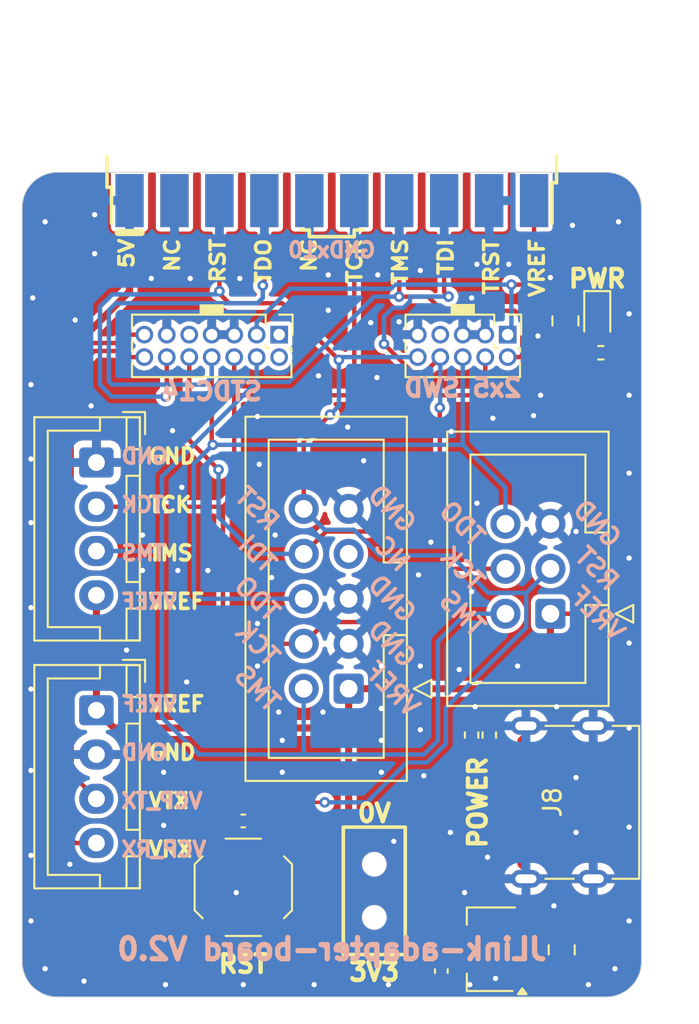
<source format=kicad_pcb>
(kicad_pcb (version 20240108) (generator "pcbnew") (generator_version "8.0")
  (title_block (date "2024-12-25"))
  (layers (0 "F.Cu" signal) (31 "B.Cu" signal) (34 "B.Paste" user) (35 "F.Paste" user) (36 "B.SilkS" user "B.Silkscreen") (37 "F.SilkS" user "F.Silkscreen") (38 "B.Mask" user) (39 "F.Mask" user) (44 "Edge.Cuts" user))
  (net 0 "")
  (net 1 "GND")
  (net 2 "nRST")
  (net 3 "VREF")
  (net 4 "Net-(D1-A)")
  (net 5 "TCK")
  (net 6 "TDO")
  (net 7 "TMS")
  (net 8 "TDI")
  (net 9 "VCP_TX")
  (net 10 "VCP_RX")
  (net 13 "+5V")
  (net 16 "Net-(SW2B-A)")
  (net 17 "Net-(SW2A-A)")
  (net 23 "Net-(J8-CC2)")
  (net 24 "Net-(J8-CC1)")
  (footprint "kihun_KiCAD:DPDT-AYZ0202" (layer "F.Cu") (at 179.9 99 90)
    (property "Reference" "SW2" (hide yes))
    (property "Value" "SW_DPDT_x2")
    (pad "" np_thru_hole circle (at -1.5 0 90) (size 0.85 0.85) (drill 0.9) (layers "F&B.Cu" "*.Mask"))
    (pad "" np_thru_hole circle (at 1.5 0 90) (size 0.85 0.85) (drill 0.9) (layers "F&B.Cu" "*.Mask"))
    (pad "1" smd roundrect (at -2.5 -2.825 90) (size 1 1.2) (layers "F.Cu" "F.Paste" "F.Mask") (net 17 "Net-(SW2A-A)"))
    (pad "2" smd roundrect (at 0 -2.825 90) (size 1 1.2) (layers "F.Cu" "F.Paste" "F.Mask") (net 3 "VREF"))
    (pad "3" smd roundrect (at 2.5 -2.825 90) (size 1 1.2) (layers "F.Cu" "F.Paste" "F.Mask"))
    (pad "4" smd roundrect (at -2.5 2.825 90) (size 1 1.2) (layers "F.Cu" "F.Paste" "F.Mask") (net 16 "Net-(SW2B-A)"))
    (pad "5" smd roundrect (at 0 2.825 90) (size 1 1.2) (layers "F.Cu" "F.Paste" "F.Mask") (net 13 "+5V"))
    (pad "6" smd roundrect (at 2.5 2.825 90) (size 1 1.2) (layers "F.Cu" "F.Paste" "F.Mask"))
  )
  (footprint "Capacitor_SMD:C_0805_2012Metric" (layer "F.Cu") (at 190.7 66.8 90)
    (property "Reference" "C1" (hide yes))
    (property "Value" "22uF 25V")
    (pad "1" smd roundrect (at -0.95 0 90) (size 1 1.45) (layers "F.Cu" "F.Paste" "F.Mask") (net 3 "VREF"))
    (pad "2" smd roundrect (at 0.95 0 90) (size 1 1.45) (layers "F.Cu" "F.Paste" "F.Mask") (net 1 "GND"))
  )
  (footprint "Connector_IDC:IDC-Header_2x05_P2.54mm_Vertical" (layer "F.Cu") (at 178.4525 87.58 180)
    (property "Reference" "J4" (hide yes))
    (property "Value" "Conn_02x05_IDC_2.54mm")
    (pad "1" thru_hole roundrect (at 0 0 180) (size 1.7 1.7) (drill 1) (layers "*.Cu" "*.Mask") (roundrect_rratio 0.147059) (net 3 "VREF"))
    (pad "2" thru_hole circle (at 2.54 0 180) (size 1.7 1.7) (drill 1) (layers "*.Cu" "*.Mask") (net 7 "TMS"))
    (pad "3" thru_hole circle (at 0 2.54 180) (size 1.7 1.7) (drill 1) (layers "*.Cu" "*.Mask") (net 1 "GND"))
    (pad "4" thru_hole circle (at 2.54 2.54 180) (size 1.7 1.7) (drill 1) (layers "*.Cu" "*.Mask") (net 5 "TCK"))
    (pad "5" thru_hole circle (at 0 5.08 180) (size 1.7 1.7) (drill 1) (layers "*.Cu" "*.Mask") (net 1 "GND"))
    (pad "6" thru_hole circle (at 2.54 5.08 180) (size 1.7 1.7) (drill 1) (layers "*.Cu" "*.Mask") (net 6 "TDO"))
    (pad "7" thru_hole circle (at 0 7.62 180) (size 1.7 1.7) (drill 1) (layers "*.Cu" "*.Mask"))
    (pad "8" thru_hole circle (at 2.54 7.62 180) (size 1.7 1.7) (drill 1) (layers "*.Cu" "*.Mask") (net 8 "TDI"))
    (pad "9" thru_hole circle (at 0 10.16 180) (size 1.7 1.7) (drill 1) (layers "*.Cu" "*.Mask") (net 1 "GND"))
    (pad "10" thru_hole circle (at 2.54 10.16 180) (size 1.7 1.7) (drill 1) (layers "*.Cu" "*.Mask") (net 2 "nRST"))
  )
  (footprint "Connector_JST:JST_XH_B4B-XH-A_1x04_P2.50mm_Vertical" (layer "F.Cu") (at 164.2 74.8 -90)
    (property "Reference" "J6" (hide yes))
    (property "Value" "Conn_01x04")
    (pad "1" thru_hole roundrect (at 0 0 270) (size 1.7 1.95) (drill 0.95) (layers "*.Cu" "*.Mask") (roundrect_rratio 0.147059) (net 1 "GND"))
    (pad "2" thru_hole oval (at 2.5 0 270) (size 1.7 1.95) (drill 0.95) (layers "*.Cu" "*.Mask") (net 5 "TCK"))
    (pad "3" thru_hole oval (at 5 0 270) (size 1.7 1.95) (drill 0.95) (layers "*.Cu" "*.Mask") (net 7 "TMS"))
    (pad "4" thru_hole oval (at 7.5 0 270) (size 1.7 1.95) (drill 0.95) (layers "*.Cu" "*.Mask") (net 3 "VREF"))
  )
  (footprint "Resistor_SMD:R_0402_1005Metric" (layer "F.Cu") (at 192.7 68.6)
    (property "Reference" "R1" (hide yes))
    (property "Value" "5.1k")
    (pad "1" smd roundrect (at -0.51 0) (size 0.54 0.64) (layers "F.Cu" "F.Paste" "F.Mask") (net 3 "VREF"))
    (pad "2" smd roundrect (at 0.51 0) (size 0.54 0.64) (layers "F.Cu" "F.Paste" "F.Mask") (net 4 "Net-(D1-A)"))
  )
  (footprint "Package_TO_SOT_SMD:SOT-89-3" (layer "F.Cu") (at 186.49 102.3 180)
    (property "Reference" "U1" (hide yes))
    (property "Value" "AMS1117-3.3")
    (pad "1" smd roundrect (at -1.95 -1.5 180) (size 1.3 0.9) (layers "F.Cu" "F.Paste" "F.Mask") (net 1 "GND"))
    (pad "2" smd custom (at -1.8625 0 180) (size 1.475 0.9) (layers "F.Cu" "F.Paste" "F.Mask") (net 17 "Net-(SW2A-A)") (options (clearance outline) (anchor rect)) (primitives (gr_poly (pts (xy 3.8625 0.8665) (xy 0.7375 0.8665) (xy 0.7375 -0.8665) (xy 3.8625 -0.8665)) (width 0) (fill yes))))
    (pad "3" smd roundrect (at -1.95 1.5 180) (size 1.3 0.9) (layers "F.Cu" "F.Paste" "F.Mask") (net 16 "Net-(SW2B-A)"))
  )
  (footprint "Capacitor_SMD:C_0402_1005Metric" (layer "F.Cu") (at 183.69 103.5375 -90)
    (property "Reference" "C4" (hide yes))
    (property "Value" "1uF")
    (pad "1" smd roundrect (at -0.48 0 270) (size 0.56 0.62) (layers "F.Cu" "F.Paste" "F.Mask") (net 17 "Net-(SW2A-A)"))
    (pad "2" smd roundrect (at 0.48 0 270) (size 0.56 0.62) (layers "F.Cu" "F.Paste" "F.Mask") (net 1 "GND"))
  )
  (footprint "kihun-Connectors:USB_C_Receptacle_HRO_TYPE-C-31-M-17" (layer "F.Cu") (at 188.4675 94 90)
    (property "Reference" "J8" (at 0 1.5 90) (layer "F.SilkS"))
    (property "Value" "USB_C_Receptacle_PowerOnly_6P")
    (pad "A5" smd rect (at -0.5 -0.28 90) (size 0.7 1.8) (layers "F.Cu" "F.Paste" "F.Mask") (net 24 "Net-(J8-CC1)"))
    (pad "A9" smd rect (at 1.52 -0.28 90) (size 0.8 1.8) (layers "F.Cu" "F.Paste" "F.Mask") (net 13 "+5V"))
    (pad "A12" smd rect (at 2.75 -0.28 90) (size 0.9 1.8) (layers "F.Cu" "F.Paste" "F.Mask") (net 1 "GND"))
    (pad "B5" smd rect (at 0.5 -0.28 90) (size 0.7 1.8) (layers "F.Cu" "F.Paste" "F.Mask") (net 23 "Net-(J8-CC2)"))
    (pad "B9" smd rect (at -1.52 -0.28 90) (size 0.8 1.8) (layers "F.Cu" "F.Paste" "F.Mask") (net 13 "+5V"))
    (pad "B12" smd rect (at -2.75 -0.28 90) (size 0.9 1.8) (layers "F.Cu" "F.Paste" "F.Mask") (net 1 "GND"))
    (pad "S1" thru_hole oval (at -4.32 0 90) (size 1 1.7) (drill oval 0.5 1.2) (layers "*.Cu" "*.Mask") (net 1 "GND"))
    (pad "S1" thru_hole oval (at -4.32 3.8 90) (size 1 1.7) (drill oval 0.5 1.2) (layers "*.Cu" "*.Mask") (net 1 "GND"))
    (pad "S1" thru_hole oval (at 4.32 0 90) (size 1 1.7) (drill oval 0.5 1.2) (layers "*.Cu" "*.Mask") (net 1 "GND"))
    (pad "S1" thru_hole oval (at 4.32 3.8 90) (size 1 1.7) (drill oval 0.5 1.2) (layers "*.Cu" "*.Mask") (net 1 "GND"))
  )
  (footprint "Resistor_SMD:R_0402_1005Metric" (layer "F.Cu") (at 186.4 90.2 -90)
    (property "Reference" "R3" (hide yes))
    (property "Value" "5.1k")
    (pad "1" smd roundrect (at -0.51 0 270) (size 0.54 0.64) (layers "F.Cu" "F.Paste" "F.Mask") (net 1 "GND"))
    (pad "2" smd roundrect (at 0.51 0 270) (size 0.54 0.64) (layers "F.Cu" "F.Paste" "F.Mask") (net 23 "Net-(J8-CC2)"))
  )
  (footprint "kihun-Connectors:2X10-2.54MM-END-LAUNCH" (layer "F.Cu") (at 177.5 59.5 -90)
    (property "Reference" "J1" (hide yes))
    (property "Value" "Conn_02x10_Odd_Even")
    (pad "1" smd rect (at 0.5 -11.43 90) (size 3 1.6) (layers "F.Cu" "F.Paste" "F.Mask") (net 3 "VREF"))
    (pad "2" smd rect (at 0.5 -11.43 90) (size 3 1.6) (layers "B.Cu" "B.Paste" "B.Mask"))
    (pad "3" smd rect (at 0.5 -8.89 90) (size 3 1.6) (layers "F.Cu" "F.Paste" "F.Mask"))
    (pad "4" smd rect (at 0.5 -8.89 90) (size 3 1.6) (layers "B.Cu" "B.Paste" "B.Mask") (net 1 "GND"))
    (pad "5" smd rect (at 0.5 -6.35 90) (size 3 1.6) (layers "F.Cu" "F.Paste" "F.Mask") (net 8 "TDI"))
    (pad "6" smd rect (at 0.5 -6.35 90) (size 3 1.6) (layers "B.Cu" "B.Paste" "B.Mask") (net 1 "GND"))
    (pad "7" smd rect (at 0.5 -3.81 90) (size 3 1.6) (layers "F.Cu" "F.Paste" "F.Mask") (net 7 "TMS"))
    (pad "8" smd rect (at 0.5 -3.81 90) (size 3 1.6) (layers "B.Cu" "B.Paste" "B.Mask") (net 1 "GND"))
    (pad "9" smd rect (at 0.5 -1.27 90) (size 3 1.6) (layers "F.Cu" "F.Paste" "F.Mask") (net 5 "TCK"))
    (pad "10" smd rect (at 0.5 -1.27 90) (size 3 1.6) (layers "B.Cu" "B.Paste" "B.Mask") (net 1 "GND"))
    (pad "11" smd rect (at 0.5 1.27 90) (size 3 1.6) (layers "F.Cu" "F.Paste" "F.Mask"))
    (pad "12" smd rect (at 0.5 1.27 90) (size 3 1.6) (layers "B.Cu" "B.Paste" "B.Mask") (net 1 "GND"))
    (pad "13" smd rect (at 0.5 3.81 90) (size 3 1.6) (layers "F.Cu" "F.Paste" "F.Mask") (net 6 "TDO"))
    (pad "14" smd rect (at 0.5 3.81 90) (size 3 1.6) (layers "B.Cu" "B.Paste" "B.Mask") (net 1 "GND"))
    (pad "15" smd rect (at 0.5 6.35 90) (size 3 1.6) (layers "F.Cu" "F.Paste" "F.Mask") (net 2 "nRST"))
    (pad "16" smd rect (at 0.5 6.35 90) (size 3 1.6) (layers "B.Cu" "B.Paste" "B.Mask") (net 1 "GND"))
    (pad "17" smd rect (at 0.5 8.89 90) (size 3 1.6) (layers "F.Cu" "F.Paste" "F.Mask"))
    (pad "18" smd rect (at 0.5 8.89 90) (size 3 1.6) (layers "B.Cu" "B.Paste" "B.Mask") (net 1 "GND"))
    (pad "19" smd rect (at 0.5 11.43 90) (size 3 1.6) (layers "F.Cu" "F.Paste" "F.Mask") (net 13 "+5V"))
    (pad "20" smd rect (at 0.5 11.43 90) (size 3 1.6) (layers "B.Cu" "B.Paste" "B.Mask") (net 1 "GND"))
  )
  (footprint "Connector_IDC:IDC-Header_2x03_P2.54mm_Vertical" (layer "F.Cu") (at 189.8525 83.345 180)
    (property "Reference" "J3" (hide yes))
    (property "Value" "Conn_02x03_IDC_2.54mm")
    (pad "1" thru_hole roundrect (at 0 0 180) (size 1.7 1.7) (drill 1) (layers "*.Cu" "*.Mask") (roundrect_rratio 0.147059) (net 3 "VREF"))
    (pad "2" thru_hole circle (at 2.54 0 180) (size 1.7 1.7) (drill 1) (layers "*.Cu" "*.Mask") (net 7 "TMS"))
    (pad "3" thru_hole circle (at 0 2.54 180) (size 1.7 1.7) (drill 1) (layers "*.Cu" "*.Mask") (net 2 "nRST"))
    (pad "4" thru_hole circle (at 2.54 2.54 180) (size 1.7 1.7) (drill 1) (layers "*.Cu" "*.Mask") (net 5 "TCK"))
    (pad "5" thru_hole circle (at 0 5.08 180) (size 1.7 1.7) (drill 1) (layers "*.Cu" "*.Mask") (net 1 "GND"))
    (pad "6" thru_hole circle (at 2.54 5.08 180) (size 1.7 1.7) (drill 1) (layers "*.Cu" "*.Mask") (net 6 "TDO"))
  )
  (footprint "Resistor_SMD:R_0402_1005Metric" (layer "F.Cu") (at 185.4 90.2 90)
    (property "Reference" "R2" (hide yes))
    (property "Value" "5.1k")
    (pad "1" smd roundrect (at -0.51 0 90) (size 0.54 0.64) (layers "F.Cu" "F.Paste" "F.Mask") (net 24 "Net-(J8-CC1)"))
    (pad "2" smd roundrect (at 0.51 0 90) (size 0.54 0.64) (layers "F.Cu" "F.Paste" "F.Mask") (net 1 "GND"))
  )
  (footprint "Capacitor_SMD:C_0805_2012Metric" (layer "F.Cu") (at 190.49 102.3375 -90)
    (property "Reference" "C3" (hide yes))
    (property "Value" "22uF 25V")
    (pad "1" smd roundrect (at -0.95 0 270) (size 1 1.45) (layers "F.Cu" "F.Paste" "F.Mask") (net 16 "Net-(SW2B-A)"))
    (pad "2" smd roundrect (at 0.95 0 270) (size 1 1.45) (layers "F.Cu" "F.Paste" "F.Mask") (net 1 "GND"))
  )
  (footprint "Capacitor_SMD:C_0402_1005Metric" (layer "F.Cu") (at 172.5 95.05 180)
    (property "Reference" "C2" (hide yes))
    (property "Value" "1uF")
    (pad "1" smd roundrect (at -0.48 0 180) (size 0.56 0.62) (layers "F.Cu" "F.Paste" "F.Mask") (net 2 "nRST"))
    (pad "2" smd roundrect (at 0.48 0 180) (size 0.56 0.62) (layers "F.Cu" "F.Paste" "F.Mask") (net 1 "GND"))
  )
  (footprint "Connector_PinHeader_1.27mm:PinHeader_2x05_P1.27mm_Vertical" (layer "F.Cu") (at 187.44 67.575 -90)
    (property "Reference" "J5" (hide yes))
    (property "Value" "Conn_02x05_IDC_1.27mm")
    (pad "1" thru_hole rect (at 0 0 270) (size 1 1) (drill 0.65) (layers "*.Cu" "*.Mask") (net 3 "VREF"))
    (pad "2" thru_hole oval (at 1.27 0 270) (size 1 1) (drill 0.65) (layers "*.Cu" "*.Mask") (net 7 "TMS"))
    (pad "3" thru_hole oval (at 0 1.27 270) (size 1 1) (drill 0.65) (layers "*.Cu" "*.Mask") (net 1 "GND"))
    (pad "4" thru_hole oval (at 1.27 1.27 270) (size 1 1) (drill 0.65) (layers "*.Cu" "*.Mask") (net 5 "TCK"))
    (pad "5" thru_hole oval (at 0 2.54 270) (size 1 1) (drill 0.65) (layers "*.Cu" "*.Mask") (net 1 "GND"))
    (pad "6" thru_hole oval (at 1.27 2.54 270) (size 1 1) (drill 0.65) (layers "*.Cu" "*.Mask") (net 6 "TDO"))
    (pad "7" thru_hole oval (at 0 3.81 270) (size 1 1) (drill 0.65) (layers "*.Cu" "*.Mask"))
    (pad "8" thru_hole oval (at 1.27 3.81 270) (size 1 1) (drill 0.65) (layers "*.Cu" "*.Mask") (net 8 "TDI"))
    (pad "9" thru_hole oval (at 0 5.08 270) (size 1 1) (drill 0.65) (layers "*.Cu" "*.Mask") (net 1 "GND"))
    (pad "10" thru_hole oval (at 1.27 5.08 270) (size 1 1) (drill 0.65) (layers "*.Cu" "*.Mask") (net 2 "nRST"))
  )
  (footprint "LED_SMD:LED_0603_1608Metric" (layer "F.Cu") (at 192.5 66.6 -90)
    (property "Reference" "D1" (hide yes))
    (property "Value" "LED, YELLOW")
    (pad "1" smd roundrect (at -0.7875 0 270) (size 0.875 0.95) (layers "F.Cu" "F.Paste" "F.Mask") (net 1 "GND"))
    (pad "2" smd roundrect (at 0.7875 0 270) (size 0.875 0.95) (layers "F.Cu" "F.Paste" "F.Mask") (net 4 "Net-(D1-A)"))
  )
  (footprint "Connector_JST:JST_XH_B4B-XH-A_1x04_P2.50mm_Vertical" (layer "F.Cu") (at 164.2 88.8 -90)
    (property "Reference" "J7" (hide yes))
    (property "Value" "Conn_01x04")
    (pad "1" thru_hole roundrect (at 0 0 270) (size 1.7 1.95) (drill 0.95) (layers "*.Cu" "*.Mask") (roundrect_rratio 0.147059) (net 3 "VREF"))
    (pad "2" thru_hole oval (at 2.5 0 270) (size 1.7 1.95) (drill 0.95) (layers "*.Cu" "*.Mask") (net 1 "GND"))
    (pad "3" thru_hole oval (at 5 0 270) (size 1.7 1.95) (drill 0.95) (layers "*.Cu" "*.Mask") (net 9 "VCP_TX"))
    (pad "4" thru_hole oval (at 7.5 0 270) (size 1.7 1.95) (drill 0.95) (layers "*.Cu" "*.Mask") (net 10 "VCP_RX"))
  )
  (footprint "Connector_PinHeader_1.27mm:PinHeader_2x07_P1.27mm_Vertical" (layer "F.Cu") (at 174.525 67.575 -90)
    (property "Reference" "J2" (hide yes))
    (property "Value" "Conn_02x07_IDC_1.27mm")
    (pad "1" thru_hole rect (at 0 0 270) (size 1 1) (drill 0.65) (layers "*.Cu" "*.Mask"))
    (pad "2" thru_hole oval (at 1.27 0 270) (size 1 1) (drill 0.65) (layers "*.Cu" "*.Mask"))
    (pad "3" thru_hole oval (at 0 1.27 270) (size 1 1) (drill 0.65) (layers "*.Cu" "*.Mask") (net 3 "VREF"))
    (pad "4" thru_hole oval (at 1.27 1.27 270) (size 1 1) (drill 0.65) (layers "*.Cu" "*.Mask") (net 7 "TMS"))
    (pad "5" thru_hole oval (at 0 2.54 270) (size 1 1) (drill 0.65) (layers "*.Cu" "*.Mask") (net 1 "GND"))
    (pad "6" thru_hole oval (at 1.27 2.54 270) (size 1 1) (drill 0.65) (layers "*.Cu" "*.Mask") (net 5 "TCK"))
    (pad "7" thru_hole oval (at 0 3.81 270) (size 1 1) (drill 0.65) (layers "*.Cu" "*.Mask") (net 1 "GND"))
    (pad "8" thru_hole oval (at 1.27 3.81 270) (size 1 1) (drill 0.65) (layers "*.Cu" "*.Mask") (net 6 "TDO"))
    (pad "9" thru_hole oval (at 0 5.08 270) (size 1 1) (drill 0.65) (layers "*.Cu" "*.Mask"))
    (pad "10" thru_hole oval (at 1.27 5.08 270) (size 1 1) (drill 0.65) (layers "*.Cu" "*.Mask") (net 8 "TDI"))
    (pad "11" thru_hole oval (at 0 6.35 270) (size 1 1) (drill 0.65) (layers "*.Cu" "*.Mask") (net 1 "GND"))
    (pad "12" thru_hole oval (at 1.27 6.35 270) (size 1 1) (drill 0.65) (layers "*.Cu" "*.Mask") (net 2 "nRST"))
    (pad "13" thru_hole oval (at 0 7.62 270) (size 1 1) (drill 0.65) (layers "*.Cu" "*.Mask") (net 10 "VCP_RX"))
    (pad "14" thru_hole oval (at 1.27 7.62 270) (size 1 1) (drill 0.65) (layers "*.Cu" "*.Mask") (net 9 "VCP_TX"))
  )
  (footprint "kihun_KiCAD:SW_Push_1P1T_XKB_TS-1187A" (layer "F.Cu") (at 172.5 98.8 -90)
    (property "Reference" "SW1" (hide yes))
    (property "Value" "SW_SPST")
    (pad "1" smd rect (at -3 -1.875 270) (size 1 0.75) (layers "F.Cu" "F.Paste" "F.Mask") (net 2 "nRST"))
    (pad "1" smd rect (at 3 -1.875 270) (size 1 0.75) (layers "F.Cu" "F.Paste" "F.Mask") (net 2 "nRST"))
    (pad "2" smd rect (at -3 1.875 270) (size 1 0.75) (layers "F.Cu" "F.Paste" "F.Mask") (net 1 "GND"))
    (pad "2" smd rect (at 3 1.875 270) (size 1 0.75) (layers "F.Cu" "F.Paste" "F.Mask") (net 1 "GND"))
  )
  (gr_rect (start 184.265 65.892) (end 185.535 66.4) (stroke (width 0.1)) (fill solid) (layer "F.SilkS"))
  (gr_rect (start 170.0776 65.9098) (end 171.3476 66.4178) (stroke (width 0.1)) (fill solid) (layer "F.SilkS"))
  (gr_line (start 160 103) (end 160 60.4) (stroke (width 0.05)) (layer "Edge.Cuts"))
  (gr_line (start 195 60.4) (end 195 103) (stroke (width 0.05)) (layer "Edge.Cuts"))
  (gr_line (start 162 58.4) (end 193 58.4) (stroke (width 0.05)) (layer "Edge.Cuts"))
  (gr_arc (start 160 60.4) (mid 160.585786 58.985786) (end 162 58.4) (stroke (width 0.05)) (layer "Edge.Cuts"))
  (gr_line (start 193 105) (end 162 105) (stroke (width 0.05)) (layer "Edge.Cuts"))
  (gr_arc (start 162 105) (mid 160.585786 104.414214) (end 160 103) (stroke (width 0.05)) (layer "Edge.Cuts"))
  (gr_arc (start 195 103) (mid 194.414214 104.414214) (end 193 105) (stroke (width 0.05)) (layer "Edge.Cuts"))
  (gr_arc (start 193 58.4) (mid 194.414214 58.985786) (end 195 60.4) (stroke (width 0.05)) (layer "Edge.Cuts"))
  (gr_text "VREF" (at 192.486 83.3426 315) (layer "B.SilkS") (effects (font (size 1 1) (thickness 0.2) (bold yes)) (justify mirror)))
  (gr_text "GND" (at 192.486 78.2626 315) (layer "B.SilkS") (effects (font (size 1 1) (thickness 0.2) (bold yes)) (justify mirror)))
  (gr_text "TMS" (at 184.866 83.3426 315) (layer "B.SilkS") (effects (font (size 1 1) (thickness 0.2) (bold yes)) (justify mirror)))
  (gr_text "GNDx10" (at 177.5 62.3 0) (layer "B.SilkS") (effects (font (size 0.85 0.85) (thickness 0.21) (bold yes)) (justify top mirror)))
  (gr_text "GND" (at 180.9036 82.5044 315) (layer "B.SilkS") (effects (font (size 1 1) (thickness 0.2) (bold yes)) (justify mirror)))
  (gr_text "TCK" (at 173.2836 85.0444 315) (layer "B.SilkS") (effects (font (size 1 1) (thickness 0.2) (bold yes)) (justify mirror)))
  (gr_text "STDC14" (at 170.715 70.2 -0) (layer "B.SilkS") (effects (font (size 1 1) (thickness 0.25) (bold yes)) (justify top mirror)))
  (gr_text "2x5 SWD" (at 184.9 70 -0) (layer "B.SilkS") (effects (font (size 1 1) (thickness 0.25) (bold yes)) (justify top mirror)))
  (gr_text "GND" (at 180.9036 85.0444 315) (layer "B.SilkS") (effects (font (size 1 1) (thickness 0.2) (bold yes)) (justify mirror)))
  (gr_text "TCK" (at 184.866 80.8026 315) (layer "B.SilkS") (effects (font (size 1 1) (thickness 0.2) (bold yes)) (justify mirror)))
  (gr_text "TDI" (at 173.2836 79.9644 315) (layer "B.SilkS") (effects (font (size 1 1) (thickness 0.2) (bold yes)) (justify mirror)))
  (gr_text "VREF" (at 180.9036 87.5844 315) (layer "B.SilkS") (effects (font (size 1 1) (thickness 0.2) (bold yes)) (justify mirror)))
  (gr_text "RST" (at 192.486 80.8026 315) (layer "B.SilkS") (effects (font (size 1 1) (thickness 0.2) (bold yes)) (justify mirror)))
  (gr_text "TMS" (at 173.2836 87.5844 315) (layer "B.SilkS") (effects (font (size 1 1) (thickness 0.2) (bold yes)) (justify mirror)))
  (gr_text "GND" (at 180.9036 77.4244 315) (layer "B.SilkS") (effects (font (size 1 1) (thickness 0.2) (bold yes)) (justify mirror)))
  (gr_text "TDO" (at 184.866 78.2626 315) (layer "B.SilkS") (effects (font (size 1 1) (thickness 0.2) (bold yes)) (justify mirror)))
  (gr_text "GND\n\nTCK\n\nTMS\n\nVREF" (at 165.5 78.55 0) (layer "B.SilkS") (effects (font (size 0.85 0.85) (thickness 0.21) (bold yes)) (justify right mirror)))
  (gr_text "VREF\n\nGND\n\nVCP_TX\n\nVCP_RX" (at 165.5 92.55 0) (layer "B.SilkS") (effects (font (size 0.85 0.85) (thickness 0.21) (bold yes)) (justify right mirror)))
  (gr_text "JLink-adapter-board V2.0" (at 177.5 103 0) (layer "B.SilkS") (effects (font (size 1.2 1.2) (thickness 0.3) (bold yes)) (justify bottom mirror)))
  (gr_text "NC" (at 180.9036 79.9644 315) (layer "B.SilkS") (effects (font (size 1 1) (thickness 0.2) (bold yes)) (justify mirror)))
  (gr_text "TDO" (at 173.2836 82.5044 315) (layer "B.SilkS") (effects (font (size 1 1) (thickness 0.2) (bold yes)) (justify mirror)))
  (gr_text "RST" (at 173.2836 77.4244 315) (layer "B.SilkS") (effects (font (size 1 1) (thickness 0.2) (bold yes)) (justify mirror)))
  (gr_text "0V" (at 179.9 95.2 0) (layer "F.SilkS") (effects (font (size 1 1) (thickness 0.25) (bold yes)) (justify bottom)))
  (gr_text "RST" (at 172.5 102.55 0) (layer "F.SilkS") (effects (font (size 1 1) (thickness 0.25) (bold yes)) (justify top)))
  (gr_text "GND\n\nTCK\n\nTMS\n\nVREF" (at 167.05 78.55 0) (layer "F.SilkS") (effects (font (size 0.85 0.85) (thickness 0.21) (bold yes)) (justify left)))
  (gr_text "PWR" (at 192.5 65 0) (layer "F.SilkS") (effects (font (size 1 1) (thickness 0.25) (bold yes)) (justify bottom)))
  (gr_text "5V\n\nNC\n\nRST\n\nTDO\n\nNC\n\nTCK\n\nTMS\n\nTDI\n\nTRST\n\nVREF" (at 177.5 62.04 90) (layer "F.SilkS") (effects (font (size 0.8 0.9) (thickness 0.2) (bold yes)) (justify right)))
  (gr_text "3V3" (at 179.9 103 0) (layer "F.SilkS") (effects (font (size 1 1) (thickness 0.25) (bold yes)) (justify top)))
  (gr_text "POWER" (at 186.3275 94 90) (layer "F.SilkS") (effects (font (size 1 1) (thickness 0.25) (bold yes)) (justify bottom)))
  (gr_text "VREF\n\nGND\n\nVTX\n\nVRX" (at 167.05 92.55 0) (layer "F.SilkS") (effects (font (size 0.85 0.85) (thickness 0.21) (bold yes)) (justify left)))
  (segment (start 188.4675 97.7675) (end 188.1875 97.4875) (width 0.4) (layer "F.Cu") (net 1))
  (segment (start 188.4675 89.68) (end 188.4675 90.2325) (width 0.4) (layer "F.Cu") (net 1))
  (segment (start 188.4675 90.2325) (end 188.1875 90.5125) (width 0.4) (layer "F.Cu") (net 1))
  (segment (start 188.4575 89.69) (end 188.4675 89.68) (width 0.4) (layer "F.Cu") (net 1))
  (segment (start 188.1875 97.4875) (end 188.1875 96.75) (width 0.4) (layer "F.Cu") (net 1))
  (segment (start 186.4 89.69) (end 188.4575 89.69) (width 0.4) (layer "F.Cu") (net 1))
  (segment (start 188.4675 98.32) (end 188.4675 97.7675) (width 0.4) (layer "F.Cu") (net 1))
  (segment (start 188.1875 90.5125) (end 188.1875 91.25) (width 0.4) (layer "F.Cu") (net 1))
  (via (at 169.025 76.2) (size 0.6) (drill 0.3) (layers "F.Cu" "B.Cu") (net 1))
  (via (at 185.7 63.6) (size 0.6) (drill 0.3) (layers "F.Cu" "B.Cu") (net 1))
  (via (at 160.6 65.5) (size 0.6) (drill 0.3) (layers "F.Cu" "B.Cu") (net 1))
  (via (at 191.3 78.7) (size 0.6) (drill 0.3) (layers "F.Cu" "B.Cu") (net 1))
  (via (at 173.3 86.3) (size 0.6) (drill 0.3) (layers "F.Cu" "B.Cu") (net 1))
  (via (at 176.75 69.9) (size 0.6) (drill 0.3) (layers "F.Cu" "B.Cu") (net 1))
  (via (at 185.7 77.1) (size 0.6) (drill 0.3) (layers "F.Cu" "B.Cu") (net 1))
  (via (at 167.3 64.4) (size 0.6) (drill 0.3) (layers "F.Cu" "B.Cu") (net 1))
  (via (at 191.3 92.6) (size 0.6) (drill 0.3) (layers "F.Cu" "B.Cu") (net 1))
  (via (at 164.1 63) (size 0.6) (drill 0.3) (layers "F.Cu" "B.Cu") (net 1))
  (via (at 174.3 78.9) (size 0.6) (drill 0.3) (layers "F.Cu" "B.Cu") (net 1))
  (via (at 194.3 80.2) (size 0.6) (drill 0.3) (layers "F.Cu" "B.Cu") (net 1))
  (via (at 164.1 60.8) (size 0.6) (drill 0.3) (layers "F.Cu" "B.Cu") (net 1))
  (via (at 188 86.3) (size 0.6) (drill 0.3) (layers "F.Cu" "B.Cu") (net 1))
  (via (at 179.3 74.7) (size 0.6) (drill 0.3) (layers "F.Cu" "B.Cu") (net 1))
  (via (at 172.3 64.4) (size 0.6) (drill 0.3) (layers "F.Cu" "B.Cu") (net 1))
  (via (at 194.3 100.7) (size 0.6) (drill 0.3) (layers "F.Cu" "B.Cu") (net 1))
  (via (at 174.7 92.3) (size 0.6) (drill 0.3) (layers "F.Cu" "B.Cu") (net 1))
  (via (at 193.7 61.2) (size 0.6) (drill 0.3) (layers "F.Cu" "B.Cu") (net 1))
  (via (at 182.5 89.9) (size 0.6) (drill 0.3) (layers "F.Cu" "B.Cu") (net 1))
  (via (at 185.4 82.1) (size 0.6) (drill 0.3) (layers "F.Cu" "B.Cu") (net 1))
  (via (at 182.5 86.3) (size 0.6) (drill 0.3) (layers "F.Cu" "B.Cu") (net 1))
  (via (at 185.3 104.3) (size 0.6) (drill 0.3) (layers "F.Cu" "B.Cu") (net 1))
  (via (at 184.2 95.7) (size 0.6) (drill 0.3) (layers "F.Cu" "B.Cu") (net 1))
  (via (at 168.5 73) (size 0.6) (drill 0.3) (layers "F.Cu" "B.Cu") (net 1))
  (via (at 178.4 72.8) (size 0.6) (drill 0.3) (layers "F.Cu" "B.Cu") (net 1))
  (via (at 194.3 95.4) (size 0.6) (drill 0.3) (layers "F.Cu" "B.Cu") (net 1))
  (via (at 161.3 103.4) (size 0.6) (drill 0.3) (layers "F.Cu" "B.Cu") (net 1))
  (via (at 193.5 103.4) (size 0.6) (drill 0.3) (layers "F.Cu" "B.Cu") (net 1))
  (via (at 182.5 63.95) (size 0.6) (drill 0.3) (layers "F.Cu" "B.Cu") (net 1))
  (via (at 194.3 71) (size 0.6) (drill 0.3) (layers "F.Cu" "B.Cu") (net 1))
  (via (at 177.3 66.2) (size 0.6) (drill 0.3) (layers "F.Cu" "B.Cu") (net 1))
  (via (at 170.5 80.9) (size 0.6) (drill 0.3) (layers "F.Cu" "B.Cu") (net 1))
  (via (at 190.2 88.6) (size 0.6) (drill 0.3) (layers "F.Cu" "B.Cu") (net 1))
  (via (at 169.3 87.2) (size 0.6) (drill 0.3) (layers "F.Cu" "B.Cu") (net 1))
  (via (at 184.7 86.5) (size 0.6) (drill 0.3) (layers "F.Cu" "B.Cu") (net 1))
  (via (at 160.5 92.2) (size 0.6) (drill 0.3) (layers "F.Cu" "B.Cu") (net 1))
  (via (at 188.9 72.15) (size 0.6) (drill 0.3) (layers "F.Cu" "B.Cu") (net 1))
  (via (at 177.3 64.2) (size 0.6) (drill 0.3) (layers "F.Cu" "B.Cu") (net 1))
  (via (at 160.5 100.7) (size 0.6) (drill 0.3) (layers "F.Cu" "B.Cu") (net 1))
  (via (at 174.7 90.5) (size 0.6) (drill 0.3) (layers "F.Cu" "B.Cu") (net 1))
  (via (at 180.1 64.2) (size 0.6) (drill 0.3) (layers "F.Cu" "B.Cu") (net 1))
  (via (at 160.5 78.2) (size 0.6) (drill 0.3) (layers "F.Cu" "B.Cu") (net 1))
  (via (at 182.4 81.15) (size 0.6) (drill 0.3) (layers "F.Cu" "B.Cu") (net 1))
  (via (at 166.8 80.9) (size 0.6) (drill 0.3) (layers "F.Cu" "B.Cu") (net 1))
  (via (at 181.3 66.85) (size 0.6) (drill 0.3) (layers "F.Cu" "B.Cu") (net 1))
  (via (at 182.7 92.5) (size 0.6) (drill 0.3) (layers "F.Cu" "B.Cu") (net 1))
  (via (at 194.3 75.4) (size 0.6) (drill 0.3) (layers "F.Cu" "B.Cu") (net 1))
  (via (at 176.5 104.3) (size 0.6) (drill 0.3) (layers "F.Cu" "B.Cu") (net 1))
  (via (at 185.6 88.6) (size 0.6) (drill 0.3) (layers "F.Cu" "B.Cu") (net 1))
  (via (at 194.3 89.8) (size 0.6) (drill 0.3) (layers "F.Cu" "B.Cu") (net 1))
  (via (at 194.3 85) (size 0.6) (drill 0.3) (layers "F.Cu" "B.Cu") (net 1))
  (via (at 186.75 103.95) (size 0.6) (drill 0.3) (layers "F.Cu" "B.Cu") (net 1))
  (via (at 189.85 64.35) (size 0.6) (drill 0.3) (layers "F.Cu" "B.Cu") (net 1))
  (via (at 162.7 97.5) (size 0.6) (drill 0.3) (layers "F.Cu" "B.Cu") (net 1))
  (via (at 190.05 99.85) (size 0.6) (drill 0.3) (layers "F.Cu" "B.Cu") (net 1))
  (via (at 168 92.3) (size 0.6) (drill 0.3) (layers "F.Cu" "B.Cu") (net 1))
  (via (at 168 95.3) (size 0.6) (drill 0.3) (layers "F.Cu" "B.Cu") (net 1))
  (via (at 173.3 83.9) (size 0.6) (drill 0.3) (layers "F.Cu" "B.Cu") (net 1))
  (via (at 191.3 95.7) (size 0.6) (drill 0.3) (layers "F.Cu" "B.Cu") (net 1))
  (via (at 160.5 83) (size 0.6) (drill 0.3) (layers "F.Cu" "B.Cu") (net 1))
  (via (at 172.5 104.3) (size 0.6) (drill 0.3) (layers "F.Cu" "B.Cu") (net 1))
  (via (at 163 66.75) (size 0.6) (drill 0.3) (layers "F.Cu" "B.Cu") (net 1))
  (via (at 160.5 87.6) (size 0.6) (drill 0.3) (layers "F.Cu" "B.Cu") (net 1))
  (via (at 183.1 79.3) (size 0.6) (drill 0.3) (layers "F.Cu" "B.Cu") (net 1))
  (via (at 180.3 86.3) (size 0.6) (drill 0.3) (layers "F.Cu" "B.Cu") (net 1))
  (via (at 174.1 81.3) (size 0.6) (drill 0.3) (layers "F.Cu" "B.Cu") (net 1))
  (via (at 185.4 65.5) (size 0.6) (drill 0.3) (layers "F.Cu" "B.Cu") (net 1))
  (via (at 186.3 97.1) (size 0.6) (drill 0.3) (layers "F.Cu" "B.Cu") (net 1))
  (via (at 192 104.3) (size 0.6) (drill 0.3) (layers "F.Cu" "B.Cu") (net 1))
  (via (at 168.8 80.9) (size 0.6) (drill 0.3) (layers "F.Cu" "B.Cu") (net 1))
  (via (at 181 96.2) (size 0.6) (drill 0.3) (layers "F.Cu" "B.Cu") (net 1))
  (via (at 160.5 97) (size 0.6) (drill 0.3) (layers "F.Cu" "B.Cu") (net 1))
  (via (at 168.1 104.3) (size 0.6) (drill 0.3) (layers "F.Cu" "B.Cu") (net 1))
  (via (at 187.5 63.6) (size 0.6) (drill 0.3) (layers "F.Cu" "B.Cu") (net 1))
  (via (at 163.5 104.1) (size 0.6) (drill 0.3) (layers "F.Cu" "B.Cu") (net 1))
  (via (at 160.5 70.4) (size 0.6) (drill 0.3) (layers "F.Cu" "B.Cu") (net 1))
  (via (at 194.3 66.4) (size 0.6) (drill 0.3) (layers "F.Cu" "B.Cu") (net 1))
  (via (at 165.9 85.4) (size 0.6) (drill 0.3) (layers "F.Cu" "B.Cu") (net 1))
  (via (at 163.9 71.6) (size 0.6) (drill 0.3) (layers "F.Cu" "B.Cu") (net 1))
  (via (at 180.05 70) (size 0.6) (drill 0.3) (layers "F.Cu" "B.Cu") (net 1))
  (via (at 185 99.1) (size 0.6) (drill 0.3) (layers "F.Cu" "B.Cu") (net 1))
  (via (at 166.8 78.9) (size 0.6) (drill 0.3) (layers "F.Cu" "B.Cu") (net 1))
  (via (at 189.15 67.65) (size 0.6) (drill 0.3) (layers "F.Cu" "B.Cu") (net 1))
  (via (at 161.3 61.2) (size 0.6) (drill 0.3) (layers "F.Cu" "B.Cu") (net 1))
  (via (at 184.25 73.05) (size 0.6) (drill 0.3) (layers "F.Cu" "B.Cu") (net 1))
  (via (at 173.3 72.2) (size 0.6) (drill 0.3) (layers "F.Cu" "B.Cu") (net 1))
  (via (at 160.5 74.6) (size 0.6) (drill 0.3) (layers "F.Cu" "B.Cu") (net 1))
  (via (at 186.6 72.3) (size 0.6) (drill 0.3) (layers "F.Cu" "B.Cu") (net 1))
  (via (at 180.3 88.7) (size 0.6) (drill 0.3) (layers "F.Cu" "B.Cu") (net 1))
  (via (at 191.1 61.4) (size 0.6) (drill 0.3) (layers "F.Cu" "B.Cu") (net 1))
  (via (at 179.7 66.9) (size 0.6) (drill 0.3) (layers "F.Cu" "B.Cu") (net 1))
  (via (at 177 88.9) (size 0.6) (drill 0.3) (layers "F.Cu" "B.Cu") (net 1))
  (via (at 173.4 74.9) (size 0.6) (drill 0.3) (layers "F.Cu" "B.Cu") (net 1))
  (via (at 172.1 99.1) (size 0.6) (drill 0.3) (layers "F.Cu" "B.Cu") (net 1))
  (via (at 174.5 88.9) (size 0.6) (drill 0.3) (layers "F.Cu" "B.Cu") (net 1))
  (via (at 189.3 71) (size 0.6) (drill 0.3) (layers "F.Cu" "B.Cu") (net 1))
  (via (at 180.3 90.5) (size 0.6) (drill 0.3) (layers "F.Cu" "B.Cu") (net 1))
  (via (at 180.3 92.3) (size 0.6) (drill 0.3) (layers "F.Cu" "B.Cu") (net 1))
  (via (at 180.7 104.3) (size 0.6) (drill 0.3) (layers "F.Cu" "B.Cu") (net 1))
  (via (at 169.5 64.4) (size 0.6) (drill 0.3) (layers "F.Cu" "B.Cu") (net 1))
  (segment (start 171.15 60) (end 171.15 65.25) (width 0.25) (layer "F.Cu") (net 2))
  (segment (start 174.375 95.8) (end 173.625 95.05) (width 0.2) (layer "F.Cu") (net 2))
  (segment (start 168.175 71) (end 168.1 71.075) (width 0.25) (layer "F.Cu") (net 2))
  (segment (start 174.7 65.8) (end 177.9 69) (width 0.25) (layer "F.Cu") (net 2))
  (segment (start 168.175 68.845) (end 168.175 71) (width 0.25) (layer "F.Cu") (net 2))
  (segment (start 177.1 94) (end 176.175 94) (width 0.2) (layer "F.Cu") (net 2))
  (segment (start 175.9125 73.5875) (end 177.4 72.1) (width 0.25) (layer "F.Cu") (net 2))
  (segment (start 173.625 95.05) (end 172.98 95.05) (width 0.2) (layer "F.Cu") (net 2))
  (segment (start 171.7 65.8) (end 174.7 65.8) (width 0.25) (layer "F.Cu") (net 2))
  (segment (start 175.9125 77.42) (end 175.9125 73.5875) (width 0.25) (layer "F.Cu") (net 2))
  (segment (start 176.175 94) (end 174.375 95.8) (width 0.2) (layer "F.Cu") (net 2))
  (segment (start 171.15 65.25) (end 171.7 65.8) (width 0.25) (layer "F.Cu") (net 2))
  (via (at 177.4 72.1) (size 0.6) (drill 0.3) (layers "F.Cu" "B.Cu") (net 2))
  (via (at 177.1 94) (size 0.6) (drill 0.3) (layers "F.Cu" "B.Cu") (net 2))
  (via (at 177.9 69) (size 0.6) (drill 0.3) (layers "F.Cu" "B.Cu") (net 2))
  (via (at 171.15 65.125) (size 0.6) (drill 0.3) (layers "F.Cu" "B.Cu") (net 2))
  (via (at 168.1 71.075) (size 0.6) (drill 0.3) (layers "F.Cu" "B.Cu") (net 2))
  (segment (start 177.4 72.1) (end 177.9 71.6) (width 0.25) (layer "B.Cu") (net 2))
  (segment (start 181.733884 91.75) (end 182.886396 91.75) (width 0.25) (layer "B.Cu") (net 2))
  (segment (start 164.4 65.992893) (end 165.092893 65.3) (width 0.25) (layer "B.Cu") (net 2))
  (segment (start 170.975 65.3) (end 171.15 65.125) (width 0.25) (layer "B.Cu") (net 2))
  (segment (start 182.886396 91.75) (end 183.95 90.686396) (width 0.25) (layer "B.Cu") (net 2))
  (segment (start 177.1 94) (end 179.483884 94) (width 0.25) (layer "B.Cu") (net 2))
  (segment (start 177.0925 78.6) (end 175.9125 77.42) (width 0.25) (layer "B.Cu") (net 2))
  (segment (start 165.067893 71.075) (end 164.4 70.407107) (width 0.25) (layer "B.Cu") (net 2))
  (segment (start 178.754201 78.6) (end 177.0925 78.6) (width 0.25) (layer "B.Cu") (net 2))
  (segment (start 179.483884 94) (end 181.733884 91.75) (width 0.25) (layer "B.Cu") (net 2))
  (segment (start 168.1 71.075) (end 165.067893 71.075) (width 0.25) (layer "B.Cu") (net 2))
  (segment (start 183.95 88.65) (end 188.4875 84.1125) (width 0.25) (layer "B.Cu") (net 2))
  (segment (start 188.4875 82.17) (end 186.353884 82.17) (width 0.25) (layer "B.Cu") (net 2))
  (segment (start 183.95 90.686396) (end 183.95 88.65) (width 0.25) (layer "B.Cu") (net 2))
  (segment (start 188.4875 82.17) (end 189.8525 80.805) (width 0.25) (layer "B.Cu") (net 2))
  (segment (start 188.4875 84.1125) (end 188.4875 82.17) (width 0.25) (layer "B.Cu") (net 2))
  (segment (start 184.233884 80.05) (end 180.204201 80.05) (width 0.25) (layer "B.Cu") (net 2))
  (segment (start 178.055 68.845) (end 177.9 69) (width 0.25) (layer "B.Cu") (net 2))
  (segment (start 186.353884 82.17) (end 184.233884 80.05) (width 0.25) (layer "B.Cu") (net 2))
  (segment (start 165.092893 65.3) (end 170.975 65.3) (width 0.25) (layer "B.Cu") (net 2))
  (segment (start 182.36 68.845) (end 178.055 68.845) (width 0.25) (layer "B.Cu") (net 2))
  (segment (start 175.9125 77.3875) (end 175.9125 77.42) (width 0.25) (layer "B.Cu") (net 2))
  (segment (start 164.4 70.407107) (end 164.4 65.992893) (width 0.25) (layer "B.Cu") (net 2))
  (segment (start 177.9 71.6) (end 177.9 69) (width 0.25) (layer "B.Cu") (net 2))
  (segment (start 180.204201 80.05) (end 178.754201 78.6) (width 0.25) (layer "B.Cu") (net 2))
  (segment (start 189.65 65.47) (end 188.93 64.75) (width 0.25) (layer "F.Cu") (net 3))
  (segment (start 189.8525 83.345) (end 191.555 83.345) (width 0.25) (layer "F.Cu") (net 3))
  (segment (start 190.7 67.3951) (end 189.65 66.3451) (width 0.25) (layer "F.Cu") (net 3))
  (segment (start 190.7 67.75) (end 191.34 67.75) (width 0.25) (layer "F.Cu") (net 3))
  (segment (start 188.62 87.58) (end 189.8525 86.3475) (width 0.4) (layer "F.Cu") (net 3))
  (segment (start 192.19 82.71) (end 192.19 68.6) (width 0.25) (layer "F.Cu") (net 3))
  (segment (start 178.4525 97.6225) (end 178.4525 89.8) (width 0.4) (layer "F.Cu") (net 3))
  (segment (start 178.4525 89.8) (end 178.4525 87.58) (width 0.4) (layer "F.Cu") (net 3))
  (segment (start 165.2 89.8) (end 178.4525 89.8) (width 0.4) (layer "F.Cu") (net 3))
  (segment (start 187.65 64.75) (end 188.93 64.75) (width 0.25) (layer "F.Cu") (net 3))
  (segment (start 188.93 64.75) (end 188.93 60) (width 0.25) (layer "F.Cu") (net 3))
  (segment (start 190.7 67.75) (end 190.7 67.3951) (width 0.25) (layer "F.Cu") (net 3))
  (segment (start 164.2 88.8) (end 165.2 89.8) (width 0.4) (layer "F.Cu") (net 3))
  (segment (start 189.65 66.3451) (end 189.65 65.47) (width 0.25) (layer "F.Cu") (net 3))
  (segment (start 178.4525 87.58) (end 188.62 87.58) (width 0.4) (layer "F.Cu") (net 3))
  (segment (start 164.2 88.8) (end 164.2 82.3) (width 0.4) (layer "F.Cu") (net 3))
  (segment (start 177.075 99) (end 178.4525 97.6225) (width 0.4) (layer "F.Cu") (net 3))
  (segment (start 191.555 83.345) (end 192.19 82.71) (width 0.25) (layer "F.Cu") (net 3))
  (segment (start 191.34 67.75) (end 192.19 68.6) (width 0.25) (layer "F.Cu") (net 3))
  (segment (start 189.8525 86.3475) (end 189.8525 83.345) (width 0.4) (layer "F.Cu") (net 3))
  (via (at 187.65 64.75) (size 0.6) (drill 0.3) (layers "F.Cu" "B.Cu") (net 3))
  (segment (start 187.65 64.75) (end 187.65 67.365) (width 0.25) (layer "B.Cu") (net 3))
  (segment (start 187.65 64.75) (end 181.075405 64.75) (width 0.25) (layer "B.Cu") (net 3))
  (segment (start 180.845405 64.98) (end 175.142894 64.98) (width 0.25) (layer "B.Cu") (net 3))
  (segment (start 187.65 67.365) (end 187.44 67.575) (width 0.25) (layer "B.Cu") (net 3))
  (segment (start 173.255 66.867894) (end 173.255 67.575) (width 0.25) (layer "B.Cu") (net 3))
  (segment (start 175.142894 64.98) (end 173.255 66.867894) (width 0.25) (layer "B.Cu") (net 3))
  (segment (start 181.075405 64.75) (end 180.845405 64.98) (width 0.25) (layer "B.Cu") (net 3))
  (segment (start 193.21 68.0975) (end 193.21 68.6) (width 0.25) (layer "F.Cu") (net 4))
  (segment (start 192.5 67.3875) (end 193.21 68.0975) (width 0.25) (layer "F.Cu") (net 4))
  (segment (start 184.195 80.805) (end 187.3125 80.805) (width 0.25) (layer "F.Cu") (net 5))
  (segment (start 171.985 76.665) (end 171.985 71) (width 0.25) (layer "F.Cu") (net 5))
  (segment (start 171.985 71) (end 178.77 71) (width 0.25) (layer "F.Cu") (net 5))
  (segment (start 187.3075 80.8) (end 187.3125 80.805) (width 0.25) (layer "F.Cu") (net 5))
  (segment (start 186.17 70.48) (end 186.17 68.845) (width 0.25) (layer "F.Cu") (net 5))
  (segment (start 185.65 71) (end 186.17 70.48) (width 0.25) (layer "F.Cu") (net 5))
  (segment (start 178.77 71) (end 178.77 60) (width 0.25) (layer "F.Cu") (net 5))
  (segment (start 171.35 83.55) (end 171.35 77.3) (width 0.25) (layer "F.Cu") (net 5))
  (segment (start 181.185 83.815) (end 184.195 80.805) (width 0.25) (layer "F.Cu") (net 5))
  (segment (start 172.84 85.04) (end 171.35 83.55) (width 0.25) (layer "F.Cu") (net 5))
  (segment (start 164.2 77.3) (end 171.35 77.3) (width 0.25) (layer "F.Cu") (net 5))
  (segment (start 171.985 71) (end 171.985 68.845) (width 0.25) (layer "F.Cu") (net 5))
  (segment (start 175.9125 85.04) (end 177.1375 83.815) (width 0.25) (layer "F.Cu") (net 5))
  (segment (start 171.35 77.3) (end 171.985 76.665) (width 0.25) (layer "F.Cu") (net 5))
  (segment (start 178.77 71) (end 185.65 71) (width 0.25) (layer "F.Cu") (net 5))
  (segment (start 177.1375 83.815) (end 181.185 83.815) (width 0.25) (layer "F.Cu") (net 5))
  (segment (start 175.9125 85.04) (end 172.84 85.04) (width 0.25) (layer "F.Cu") (net 5))
  (segment (start 173.6 64.8) (end 173.69 64.71) (width 0.25) (layer "F.Cu") (net 6))
  (segment (start 170.775 73.8) (end 170.715 73.74) (width 0.25) (layer "F.Cu") (net 6))
  (segment (start 173.69 64.71) (end 173.69 60) (width 0.25) (layer "F.Cu") (net 6))
  (segment (start 170.715 73.74) (end 170.715 68.845) (width 0.25) (layer "F.Cu") (net 6))
  (via (at 173.6 64.8) (size 0.6) (drill 0.3) (layers "F.Cu" "B.Cu") (net 6))
  (via (at 170.775 73.8) (size 0.6) (drill 0.3) (layers "F.Cu" "B.Cu") (net 6))
  (segment (start 173.3 65.8) (end 165.3 65.8) (width 0.25) (layer "B.Cu") (net 6))
  (segment (start 164.9 70.2) (end 165.1 70.4) (width 0.25) (layer "B.Cu") (net 6))
  (segment (start 184.9 73.8) (end 187.3125 76.2125) (width 0.25) (layer "B.Cu") (net 6))
  (segment (start 173.6 65.5) (end 173.6 64.8) (width 0.25) (layer "B.Cu") (net 6))
  (segment (start 165.3 65.8) (end 164.9 66.2) (width 0.25) (layer "B.Cu") (net 6))
  (segment (start 170.775 73.8) (end 169.7 74.875) (width 0.25) (layer "B.Cu") (net 6))
  (segment (start 169.7 82.1) (end 170.1 82.5) (width 0.25) (layer "B.Cu") (net 6))
  (segment (start 184.9 68.845) (end 184.9 73.8) (width 0.25) (layer "B.Cu") (net 6))
  (segment (start 170.715 69.985) (end 170.715 68.845) (width 0.25) (layer "B.Cu") (net 6))
  (segment (start 170.3 70.4) (end 170.715 69.985) (width 0.25) (layer "B.Cu") (net 6))
  (segment (start 170.775 73.8) (end 184.9 73.8) (width 0.25) (layer "B.Cu") (net 6))
  (segment (start 173.3 65.8) (end 173.6 65.5) (width 0.25) (layer "B.Cu") (net 6))
  (segment (start 187.3125 76.2125) (end 187.3125 77.365) (width 0.25) (layer "B.Cu") (net 6))
  (segment (start 165.1 70.4) (end 170.3 70.4) (width 0.25) (layer "B.Cu") (net 6))
  (segment (start 169.7 74.875) (end 169.7 82.1) (width 0.25) (layer "B.Cu") (net 6))
  (segment (start 170.1 82.5) (end 175.9125 82.5) (width 0.25) (layer "B.Cu") (net 6))
  (segment (start 164.9 66.2) (end 164.9 70.2) (width 0.25) (layer "B.Cu") (net 6))
  (segment (start 187.44 68.845) (end 188.147106 68.845) (width 0.25) (layer "F.Cu") (net 7))
  (segment (start 188.265 66.64) (end 187.85 66.225) (width 0.25) (layer "F.Cu") (net 7))
  (segment (start 181.3 65.43) (end 182.944212 65.43) (width 0.25) (layer "F.Cu") (net 7))
  (segment (start 181.31 65.42) (end 181.31 60) (width 0.25) (layer "F.Cu") (net 7))
  (segment (start 181.3 65.43) (end 181.31 65.42) (width 0.25) (layer "F.Cu") (net 7))
  (segment (start 183.739212 66.225) (end 182.944212 65.43) (width 0.25) (layer "F.Cu") (net 7))
  (segment (start 187.85 66.225) (end 183.739212 66.225) (width 0.25) (layer "F.Cu") (net 7))
  (segment (start 188.147106 68.845) (end 188.265 68.727106) (width 0.25) (layer "F.Cu") (net 7))
  (segment (start 188.265 68.727106) (end 188.265 66.64) (width 0.25) (layer "F.Cu") (net 7))
  (via (at 181.3 65.43) (size 0.6) (drill 0.3) (layers "F.Cu" "B.Cu") (net 7))
  (segment (start 175.9 91.3) (end 182.7 91.3) (width 0.25) (layer "B.Cu") (net 7))
  (segment (start 170 91.3) (end 167.9 89.2) (width 0.25) (layer "B.Cu") (net 7))
  (segment (start 183.5 90.5) (end 183.5 84.9) (width 0.25) (layer "B.Cu") (net 7))
  (segment (start 167.9 79.8) (end 164.2 79.8) (width 0.25) (layer "B.Cu") (net 7))
  (segment (start 175.075 70.245) (end 173.255 70.245) (width 0.25) (layer "B.Cu") (net 7))
  (segment (start 170.9 91.3) (end 170 91.3) (width 0.25) (layer "B.Cu") (net 7))
  (segment (start 185.055 83.345) (end 187.3125 83.345) (width 0.25) (layer "B.Cu") (net 7))
  (segment (start 167.9 75.6) (end 173.255 70.245) (width 0.25) (layer "B.Cu") (net 7))
  (segment (start 183.5 84.9) (end 185.055 83.345) (width 0.25) (layer "B.Cu") (net 7))
  (segment (start 175.9 91.3) (end 170.9 91.3) (width 0.25) (layer "B.Cu") (net 7))
  (segment (start 182.7 91.3) (end 183.5 90.5) (width 0.25) (layer "B.Cu") (net 7))
  (segment (start 175.9125 87.58) (end 175.9125 91.2875) (width 0.25) (layer "B.Cu") (net 7))
  (segment (start 181.3 65.43) (end 179.89 65.43) (width 0.25) (layer "B.Cu") (net 7))
  (segment (start 179.89 65.43) (end 175.075 70.245) (width 0.25) (layer "B.Cu") (net 7))
  (segment (start 167.9 89.2) (end 167.9 75.6) (width 0.25) (layer "B.Cu") (net 7))
  (segment (start 173.255 70.245) (end 173.255 68.845) (width 0.25) (layer "B.Cu") (net 7))
  (segment (start 175.9125 91.2875) (end 175.9 91.3) (width 0.25) (layer "B.Cu") (net 7))
  (segment (start 169.445 73.545) (end 171.1 75.2) (width 0.25) (layer "F.Cu") (net 8))
  (segment (start 180.7 77.5) (end 179.5 78.7) (width 0.25) (layer "F.Cu") (net 8))
  (segment (start 182.775 69.7) (end 183.63 68.845) (width 0.25) (layer "F.Cu") (net 8))
  (segment (start 184.1 65.425) (end 183.85 65.175) (width 0.25) (layer "F.Cu") (net 8))
  (segment (start 182.048273 69.7) (end 182.775 69.7) (width 0.25) (layer "F.Cu") (net 8))
  (segment (start 179.5 78.7) (end 177.1725 78.7) (width 0.25) (layer "F.Cu") (net 8))
  (segment (start 177.1725 78.7) (end 175.9125 79.96) (width 0.25) (layer "F.Cu") (net 8))
  (segment (start 180.7 77.5) (end 183.6 74.6) (width 0.25) (layer "F.Cu") (net 8))
  (segment (start 169.445 68.845) (end 169.445 73.545) (width 0.25) (layer "F.Cu") (net 8))
  (segment (start 183.6 74.6) (end 183.6 71.7) (width 0.25) (layer "F.Cu") (net 8))
  (segment (start 183.85 65.175) (end 183.85 60) (width 0.25) (layer "F.Cu") (net 8))
  (segment (start 180.45 68.101727) (end 182.048273 69.7) (width 0.25) (layer "F.Cu") (net 8))
  (via (at 183.6 71.7) (size 0.6) (drill 0.3) (layers "F.Cu" "B.Cu") (net 8))
  (via (at 171.1 75.2) (size 0.6) (drill 0.3) (layers "F.Cu" "B.Cu") (net 8))
  (via (at 184.1 65.425) (size 0.6) (drill 0.3) (layers "F.Cu" "B.Cu") (net 8))
  (via (at 180.45 68.101727) (size 0.6) (drill 0.3) (layers "F.Cu" "B.Cu") (net 8))
  (segment (start 181.925 65.688884) (end 181.925 65.425) (width 0.25) (layer "B.Cu") (net 8))
  (segment (start 181.925 65.425) (end 184.1 65.425) (width 0.25) (layer "B.Cu") (net 8))
  (segment (start 181.558884 66.055) (end 181.925 65.688884) (width 0.25) (layer "B.Cu") (net 8))
  (segment (start 173.16 79.96) (end 175.9125 79.96) (width 0.25) (layer "B.Cu") (net 8))
  (segment (start 180.945 66.055) (end 181.558884 66.055) (width 0.25) (layer "B.Cu") (net 8))
  (segment (start 171.1 77.9) (end 173.16 79.96) (width 0.25) (layer "B.Cu") (net 8))
  (segment (start 183.6 71.7) (end 183.63 71.67) (width 0.25) (layer "B.Cu") (net 8))
  (segment (start 171.1 75.2) (end 171.1 77.9) (width 0.25) (layer "B.Cu") (net 8))
  (segment (start 180.45 66.55) (end 180.945 66.055) (width 0.25) (layer "B.Cu") (net 8))
  (segment (start 180.45 68.101727) (end 180.45 66.55) (width 0.25) (layer "B.Cu") (net 8))
  (segment (start 183.63 71.67) (end 183.63 68.845) (width 0.25) (layer "B.Cu") (net 8))
  (segment (start 162.8 92.4) (end 164.2 93.8) (width 0.25) (layer "F.Cu") (net 9))
  (segment (start 166.905 68.845) (end 165.745 68.845) (width 0.25) (layer "F.Cu") (net 9))
  (segment (start 162.8 69.783884) (end 162.8 92.4) (width 0.25) (layer "F.Cu") (net 9))
  (segment (start 165.4 68.5) (end 164.083884 68.5) (width 0.25) (layer "F.Cu") (net 9))
  (segment (start 165.745 68.845) (end 165.4 68.5) (width 0.25) (layer "F.Cu") (net 9))
  (segment (start 164.083884 68.5) (end 162.8 69.783884) (width 0.25) (layer "F.Cu") (net 9))
  (segment (start 165.35 68.05) (end 165.825 67.575) (width 0.25) (layer "F.Cu") (net 10))
  (segment (start 164.2 96.3) (end 163 96.3) (width 0.25) (layer "F.Cu") (net 10))
  (segment (start 162.35 69.597488) (end 163.897488 68.05) (width 0.25) (layer "F.Cu") (net 10))
  (segment (start 163.897488 68.05) (end 165.35 68.05) (width 0.25) (layer "F.Cu") (net 10))
  (segment (start 162.35 95.65) (end 162.35 69.597488) (width 0.25) (layer "F.Cu") (net 10))
  (segment (start 165.825 67.575) (end 166.905 67.575) (width 0.25) (layer "F.Cu") (net 10))
  (segment (start 163 96.3) (end 162.35 95.65) (width 0.25) (layer "F.Cu") (net 10))
  (segment (start 189.2175 95.52) (end 188.1875 95.52) (width 0.4) (layer "F.Cu") (net 13))
  (segment (start 189.4875 92.75) (end 189.4875 95.25) (width 0.4) (layer "F.Cu") (net 13))
  (segment (start 186.205 95.52) (end 182.725 99) (width 0.4) (layer "F.Cu") (net 13))
  (segment (start 189.4875 95.25) (end 189.2175 95.52) (width 0.4) (layer "F.Cu") (net 13))
  (segment (start 165.7 65.505026) (end 161.825 69.380026) (width 0.4) (layer "F.Cu") (net 13))
  (segment (start 166.07 65.13) (end 165.7 65.5) (width 0.4) (layer "F.Cu") (net 13))
  (segment (start 179.3 99) (end 182.725 99) (width 0.4) (layer "F.Cu") (net 13))
  (segment (start 163.9 100.2) (end 178.1 100.2) (width 0.4) (layer "F.Cu") (net 13))
  (segment (start 166.07 60) (end 166.07 65.13) (width 0.4) (layer "F.Cu") (net 13))
  (segment (start 188.1875 92.48) (end 189.2175 92.48) (width 0.4) (layer "F.Cu") (net 13))
  (segment (start 161.825 69.380026) (end 161.825 98.125) (width 0.4) (layer "F.Cu") (net 13))
  (segment (start 188.1875 95.52) (end 186.205 95.52) (width 0.4) (layer "F.Cu") (net 13))
  (segment (start 189.2175 92.48) (end 189.4875 92.75) (width 0.4) (layer "F.Cu") (net 13))
  (segment (start 165.7 65.5) (end 165.7 65.505026) (width 0.4) (layer "F.Cu") (net 13))
  (segment (start 161.825 98.125) (end 163.9 100.2) (width 0.4) (layer "F.Cu") (net 13))
  (segment (start 178.1 100.2) (end 179.3 99) (width 0.4) (layer "F.Cu") (net 13))
  (segment (start 182.725 101.5) (end 183.5 101.5) (width 0.5) (layer "F.Cu") (net 16))
  (segment (start 184.2 100.8) (end 188.44 100.8) (width 0.5) (layer "F.Cu") (net 16))
  (segment (start 188.44 100.8) (end 189.2525 100.8) (width 0.4) (layer "F.Cu") (net 16))
  (segment (start 189.2525 100.8) (end 189.84 101.3875) (width 0.4) (layer "F.Cu") (net 16))
  (segment (start 183.5 101.5) (end 184.2 100.8) (width 0.5) (layer "F.Cu") (net 16))
  (segment (start 189.84 101.3875) (end 190.49 101.3875) (width 0.4) (layer "F.Cu") (net 16))
  (segment (start 183.69 103.0575) (end 184.4475 102.3) (width 0.4) (layer "F.Cu") (net 17))
  (segment (start 178.6325 103.0575) (end 183.69 103.0575) (width 0.5) (layer "F.Cu") (net 17))
  (segment (start 184.4475 102.3) (end 188.3525 102.3) (width 0.4) (layer "F.Cu") (net 17))
  (segment (start 177.075 101.5) (end 178.6325 103.0575) (width 0.5) (layer "F.Cu") (net 17))
  (segment (start 186.4 92.679999) (end 187.220001 93.5) (width 0.25) (layer "F.Cu") (net 23))
  (segment (start 186.4 90.71) (end 186.4 92.679999) (width 0.25) (layer "F.Cu") (net 23))
  (segment (start 187.220001 93.5) (end 188.1875 93.5) (width 0.25) (layer "F.Cu") (net 23))
  (segment (start 185.4 92.679999) (end 187.220001 94.5) (width 0.25) (layer "F.Cu") (net 24))
  (segment (start 185.4 90.71) (end 185.4 92.679999) (width 0.25) (layer "F.Cu") (net 24))
  (segment (start 187.220001 94.5) (end 188.1875 94.5) (width 0.25) (layer "F.Cu") (net 24))
  (zone (net 1) (net_name "GND") (layers "F&B.Cu") (connect_pads (clearance 0.25)) (min_thickness 0.25) (fill yes (thermal_gap 0.4) (thermal_bridge_width 0.5))
    (polygon (pts (xy 160 58.37) (xy 195 58.37) (xy 195 105) (xy 160 105)))
  )
)
</source>
